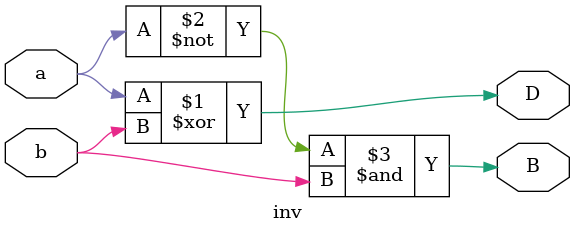
<source format=v>
`timescale 1ns / 1ps

module inv(
    input a,
    input b,
    output D,
    output B
);
    
assign D = a^b;
assign B = (~a)&b;
endmodule
</source>
